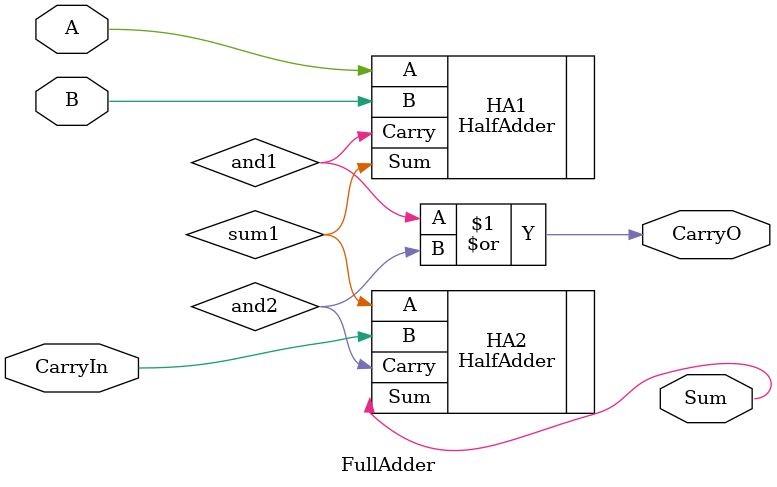
<source format=v>
module FullAdder (
    input A,
    input B,
    input CarryIn,
    output Sum,
    output CarryO
);

wire sum1, and1, and2;

// İlk Half Adder (A + B)
HalfAdder HA1 (
    .A(A),
    .B(B),
    .Sum(sum1),
    .Carry(and1)
);

// İkinci Half Adder (sum1 + CarryIn)
HalfAdder HA2 (
    .A(sum1),
    .B(CarryIn),
    .Sum(Sum),
    .Carry(and2)
);

or o1 (CarryO, and1, and2);  // CarryOut = (A AND B) OR (sum1 AND CarryIn)

endmodule

</source>
